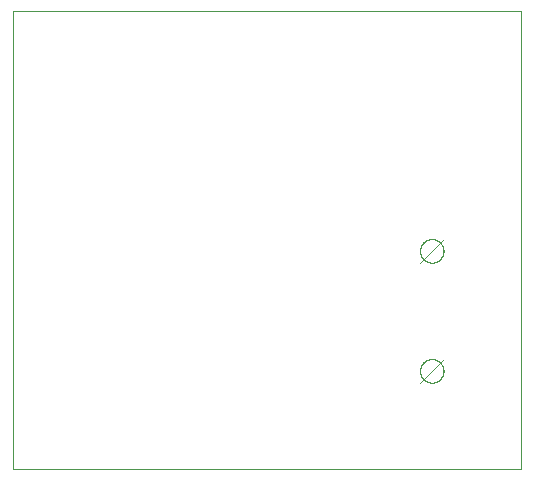
<source format=gbr>
G75*
%MOIN*%
%OFA0B0*%
%FSLAX25Y25*%
%IPPOS*%
%LPD*%
%AMOC8*
5,1,8,0,0,1.08239X$1,22.5*
%
%ADD10C,0.00000*%
%ADD11C,0.00100*%
D10*
X0035681Y0002969D02*
X0035681Y0155331D01*
X0204973Y0155331D01*
X0204973Y0002969D01*
X0035681Y0002969D01*
X0171430Y0035528D02*
X0171432Y0035653D01*
X0171438Y0035778D01*
X0171448Y0035902D01*
X0171462Y0036026D01*
X0171479Y0036150D01*
X0171501Y0036273D01*
X0171527Y0036395D01*
X0171556Y0036517D01*
X0171589Y0036637D01*
X0171627Y0036756D01*
X0171667Y0036875D01*
X0171712Y0036991D01*
X0171760Y0037106D01*
X0171812Y0037220D01*
X0171868Y0037332D01*
X0171927Y0037442D01*
X0171989Y0037550D01*
X0172055Y0037657D01*
X0172124Y0037761D01*
X0172197Y0037862D01*
X0172272Y0037962D01*
X0172351Y0038059D01*
X0172433Y0038153D01*
X0172518Y0038245D01*
X0172605Y0038334D01*
X0172696Y0038420D01*
X0172789Y0038503D01*
X0172885Y0038584D01*
X0172983Y0038661D01*
X0173083Y0038735D01*
X0173186Y0038806D01*
X0173291Y0038873D01*
X0173399Y0038938D01*
X0173508Y0038998D01*
X0173619Y0039056D01*
X0173732Y0039109D01*
X0173846Y0039159D01*
X0173962Y0039206D01*
X0174079Y0039248D01*
X0174198Y0039287D01*
X0174318Y0039323D01*
X0174439Y0039354D01*
X0174561Y0039382D01*
X0174683Y0039405D01*
X0174807Y0039425D01*
X0174931Y0039441D01*
X0175055Y0039453D01*
X0175180Y0039461D01*
X0175305Y0039465D01*
X0175429Y0039465D01*
X0175554Y0039461D01*
X0175679Y0039453D01*
X0175803Y0039441D01*
X0175927Y0039425D01*
X0176051Y0039405D01*
X0176173Y0039382D01*
X0176295Y0039354D01*
X0176416Y0039323D01*
X0176536Y0039287D01*
X0176655Y0039248D01*
X0176772Y0039206D01*
X0176888Y0039159D01*
X0177002Y0039109D01*
X0177115Y0039056D01*
X0177226Y0038998D01*
X0177336Y0038938D01*
X0177443Y0038873D01*
X0177548Y0038806D01*
X0177651Y0038735D01*
X0177751Y0038661D01*
X0177849Y0038584D01*
X0177945Y0038503D01*
X0178038Y0038420D01*
X0178129Y0038334D01*
X0178216Y0038245D01*
X0178301Y0038153D01*
X0178383Y0038059D01*
X0178462Y0037962D01*
X0178537Y0037862D01*
X0178610Y0037761D01*
X0178679Y0037657D01*
X0178745Y0037550D01*
X0178807Y0037442D01*
X0178866Y0037332D01*
X0178922Y0037220D01*
X0178974Y0037106D01*
X0179022Y0036991D01*
X0179067Y0036875D01*
X0179107Y0036756D01*
X0179145Y0036637D01*
X0179178Y0036517D01*
X0179207Y0036395D01*
X0179233Y0036273D01*
X0179255Y0036150D01*
X0179272Y0036026D01*
X0179286Y0035902D01*
X0179296Y0035778D01*
X0179302Y0035653D01*
X0179304Y0035528D01*
X0179302Y0035403D01*
X0179296Y0035278D01*
X0179286Y0035154D01*
X0179272Y0035030D01*
X0179255Y0034906D01*
X0179233Y0034783D01*
X0179207Y0034661D01*
X0179178Y0034539D01*
X0179145Y0034419D01*
X0179107Y0034300D01*
X0179067Y0034181D01*
X0179022Y0034065D01*
X0178974Y0033950D01*
X0178922Y0033836D01*
X0178866Y0033724D01*
X0178807Y0033614D01*
X0178745Y0033506D01*
X0178679Y0033399D01*
X0178610Y0033295D01*
X0178537Y0033194D01*
X0178462Y0033094D01*
X0178383Y0032997D01*
X0178301Y0032903D01*
X0178216Y0032811D01*
X0178129Y0032722D01*
X0178038Y0032636D01*
X0177945Y0032553D01*
X0177849Y0032472D01*
X0177751Y0032395D01*
X0177651Y0032321D01*
X0177548Y0032250D01*
X0177443Y0032183D01*
X0177335Y0032118D01*
X0177226Y0032058D01*
X0177115Y0032000D01*
X0177002Y0031947D01*
X0176888Y0031897D01*
X0176772Y0031850D01*
X0176655Y0031808D01*
X0176536Y0031769D01*
X0176416Y0031733D01*
X0176295Y0031702D01*
X0176173Y0031674D01*
X0176051Y0031651D01*
X0175927Y0031631D01*
X0175803Y0031615D01*
X0175679Y0031603D01*
X0175554Y0031595D01*
X0175429Y0031591D01*
X0175305Y0031591D01*
X0175180Y0031595D01*
X0175055Y0031603D01*
X0174931Y0031615D01*
X0174807Y0031631D01*
X0174683Y0031651D01*
X0174561Y0031674D01*
X0174439Y0031702D01*
X0174318Y0031733D01*
X0174198Y0031769D01*
X0174079Y0031808D01*
X0173962Y0031850D01*
X0173846Y0031897D01*
X0173732Y0031947D01*
X0173619Y0032000D01*
X0173508Y0032058D01*
X0173398Y0032118D01*
X0173291Y0032183D01*
X0173186Y0032250D01*
X0173083Y0032321D01*
X0172983Y0032395D01*
X0172885Y0032472D01*
X0172789Y0032553D01*
X0172696Y0032636D01*
X0172605Y0032722D01*
X0172518Y0032811D01*
X0172433Y0032903D01*
X0172351Y0032997D01*
X0172272Y0033094D01*
X0172197Y0033194D01*
X0172124Y0033295D01*
X0172055Y0033399D01*
X0171989Y0033506D01*
X0171927Y0033614D01*
X0171868Y0033724D01*
X0171812Y0033836D01*
X0171760Y0033950D01*
X0171712Y0034065D01*
X0171667Y0034181D01*
X0171627Y0034300D01*
X0171589Y0034419D01*
X0171556Y0034539D01*
X0171527Y0034661D01*
X0171501Y0034783D01*
X0171479Y0034906D01*
X0171462Y0035030D01*
X0171448Y0035154D01*
X0171438Y0035278D01*
X0171432Y0035403D01*
X0171430Y0035528D01*
X0171430Y0075528D02*
X0171432Y0075653D01*
X0171438Y0075778D01*
X0171448Y0075902D01*
X0171462Y0076026D01*
X0171479Y0076150D01*
X0171501Y0076273D01*
X0171527Y0076395D01*
X0171556Y0076517D01*
X0171589Y0076637D01*
X0171627Y0076756D01*
X0171667Y0076875D01*
X0171712Y0076991D01*
X0171760Y0077106D01*
X0171812Y0077220D01*
X0171868Y0077332D01*
X0171927Y0077442D01*
X0171989Y0077550D01*
X0172055Y0077657D01*
X0172124Y0077761D01*
X0172197Y0077862D01*
X0172272Y0077962D01*
X0172351Y0078059D01*
X0172433Y0078153D01*
X0172518Y0078245D01*
X0172605Y0078334D01*
X0172696Y0078420D01*
X0172789Y0078503D01*
X0172885Y0078584D01*
X0172983Y0078661D01*
X0173083Y0078735D01*
X0173186Y0078806D01*
X0173291Y0078873D01*
X0173399Y0078938D01*
X0173508Y0078998D01*
X0173619Y0079056D01*
X0173732Y0079109D01*
X0173846Y0079159D01*
X0173962Y0079206D01*
X0174079Y0079248D01*
X0174198Y0079287D01*
X0174318Y0079323D01*
X0174439Y0079354D01*
X0174561Y0079382D01*
X0174683Y0079405D01*
X0174807Y0079425D01*
X0174931Y0079441D01*
X0175055Y0079453D01*
X0175180Y0079461D01*
X0175305Y0079465D01*
X0175429Y0079465D01*
X0175554Y0079461D01*
X0175679Y0079453D01*
X0175803Y0079441D01*
X0175927Y0079425D01*
X0176051Y0079405D01*
X0176173Y0079382D01*
X0176295Y0079354D01*
X0176416Y0079323D01*
X0176536Y0079287D01*
X0176655Y0079248D01*
X0176772Y0079206D01*
X0176888Y0079159D01*
X0177002Y0079109D01*
X0177115Y0079056D01*
X0177226Y0078998D01*
X0177336Y0078938D01*
X0177443Y0078873D01*
X0177548Y0078806D01*
X0177651Y0078735D01*
X0177751Y0078661D01*
X0177849Y0078584D01*
X0177945Y0078503D01*
X0178038Y0078420D01*
X0178129Y0078334D01*
X0178216Y0078245D01*
X0178301Y0078153D01*
X0178383Y0078059D01*
X0178462Y0077962D01*
X0178537Y0077862D01*
X0178610Y0077761D01*
X0178679Y0077657D01*
X0178745Y0077550D01*
X0178807Y0077442D01*
X0178866Y0077332D01*
X0178922Y0077220D01*
X0178974Y0077106D01*
X0179022Y0076991D01*
X0179067Y0076875D01*
X0179107Y0076756D01*
X0179145Y0076637D01*
X0179178Y0076517D01*
X0179207Y0076395D01*
X0179233Y0076273D01*
X0179255Y0076150D01*
X0179272Y0076026D01*
X0179286Y0075902D01*
X0179296Y0075778D01*
X0179302Y0075653D01*
X0179304Y0075528D01*
X0179302Y0075403D01*
X0179296Y0075278D01*
X0179286Y0075154D01*
X0179272Y0075030D01*
X0179255Y0074906D01*
X0179233Y0074783D01*
X0179207Y0074661D01*
X0179178Y0074539D01*
X0179145Y0074419D01*
X0179107Y0074300D01*
X0179067Y0074181D01*
X0179022Y0074065D01*
X0178974Y0073950D01*
X0178922Y0073836D01*
X0178866Y0073724D01*
X0178807Y0073614D01*
X0178745Y0073506D01*
X0178679Y0073399D01*
X0178610Y0073295D01*
X0178537Y0073194D01*
X0178462Y0073094D01*
X0178383Y0072997D01*
X0178301Y0072903D01*
X0178216Y0072811D01*
X0178129Y0072722D01*
X0178038Y0072636D01*
X0177945Y0072553D01*
X0177849Y0072472D01*
X0177751Y0072395D01*
X0177651Y0072321D01*
X0177548Y0072250D01*
X0177443Y0072183D01*
X0177335Y0072118D01*
X0177226Y0072058D01*
X0177115Y0072000D01*
X0177002Y0071947D01*
X0176888Y0071897D01*
X0176772Y0071850D01*
X0176655Y0071808D01*
X0176536Y0071769D01*
X0176416Y0071733D01*
X0176295Y0071702D01*
X0176173Y0071674D01*
X0176051Y0071651D01*
X0175927Y0071631D01*
X0175803Y0071615D01*
X0175679Y0071603D01*
X0175554Y0071595D01*
X0175429Y0071591D01*
X0175305Y0071591D01*
X0175180Y0071595D01*
X0175055Y0071603D01*
X0174931Y0071615D01*
X0174807Y0071631D01*
X0174683Y0071651D01*
X0174561Y0071674D01*
X0174439Y0071702D01*
X0174318Y0071733D01*
X0174198Y0071769D01*
X0174079Y0071808D01*
X0173962Y0071850D01*
X0173846Y0071897D01*
X0173732Y0071947D01*
X0173619Y0072000D01*
X0173508Y0072058D01*
X0173398Y0072118D01*
X0173291Y0072183D01*
X0173186Y0072250D01*
X0173083Y0072321D01*
X0172983Y0072395D01*
X0172885Y0072472D01*
X0172789Y0072553D01*
X0172696Y0072636D01*
X0172605Y0072722D01*
X0172518Y0072811D01*
X0172433Y0072903D01*
X0172351Y0072997D01*
X0172272Y0073094D01*
X0172197Y0073194D01*
X0172124Y0073295D01*
X0172055Y0073399D01*
X0171989Y0073506D01*
X0171927Y0073614D01*
X0171868Y0073724D01*
X0171812Y0073836D01*
X0171760Y0073950D01*
X0171712Y0074065D01*
X0171667Y0074181D01*
X0171627Y0074300D01*
X0171589Y0074419D01*
X0171556Y0074539D01*
X0171527Y0074661D01*
X0171501Y0074783D01*
X0171479Y0074906D01*
X0171462Y0075030D01*
X0171448Y0075154D01*
X0171438Y0075278D01*
X0171432Y0075403D01*
X0171430Y0075528D01*
D11*
X0171467Y0075528D02*
X0171469Y0075652D01*
X0171475Y0075777D01*
X0171485Y0075901D01*
X0171499Y0076024D01*
X0171516Y0076147D01*
X0171538Y0076270D01*
X0171564Y0076392D01*
X0171593Y0076512D01*
X0171627Y0076632D01*
X0171664Y0076751D01*
X0171705Y0076868D01*
X0171749Y0076984D01*
X0171797Y0077099D01*
X0171849Y0077212D01*
X0171905Y0077323D01*
X0171964Y0077433D01*
X0172026Y0077540D01*
X0172092Y0077646D01*
X0172161Y0077749D01*
X0172234Y0077850D01*
X0172310Y0077949D01*
X0172388Y0078045D01*
X0172470Y0078139D01*
X0172555Y0078230D01*
X0172642Y0078319D01*
X0172733Y0078404D01*
X0172826Y0078487D01*
X0172922Y0078566D01*
X0173020Y0078642D01*
X0173120Y0078716D01*
X0173223Y0078786D01*
X0173328Y0078852D01*
X0173435Y0078916D01*
X0173544Y0078976D01*
X0173655Y0079032D01*
X0173767Y0079085D01*
X0173882Y0079134D01*
X0173997Y0079180D01*
X0174115Y0079221D01*
X0174233Y0079260D01*
X0174353Y0079294D01*
X0174473Y0079324D01*
X0174595Y0079351D01*
X0174717Y0079373D01*
X0174840Y0079392D01*
X0174963Y0079407D01*
X0175087Y0079418D01*
X0175212Y0079425D01*
X0175336Y0079428D01*
X0175460Y0079427D01*
X0175585Y0079422D01*
X0175709Y0079413D01*
X0175832Y0079400D01*
X0175956Y0079383D01*
X0176078Y0079363D01*
X0176200Y0079338D01*
X0176321Y0079309D01*
X0176441Y0079277D01*
X0176560Y0079241D01*
X0176678Y0079201D01*
X0176795Y0079157D01*
X0176910Y0079110D01*
X0177023Y0079059D01*
X0177135Y0079004D01*
X0177245Y0078946D01*
X0177353Y0078885D01*
X0177459Y0078820D01*
X0177563Y0078751D01*
X0177664Y0078680D01*
X0177764Y0078605D01*
X0177861Y0078527D01*
X0177955Y0078446D01*
X0178047Y0078362D01*
X0178136Y0078275D01*
X0178222Y0078185D01*
X0178305Y0078093D01*
X0178385Y0077998D01*
X0178463Y0077900D01*
X0178537Y0077800D01*
X0178608Y0077698D01*
X0178675Y0077594D01*
X0178739Y0077487D01*
X0178800Y0077378D01*
X0178857Y0077268D01*
X0178911Y0077156D01*
X0178961Y0077042D01*
X0179008Y0076927D01*
X0179050Y0076810D01*
X0179089Y0076692D01*
X0179125Y0076572D01*
X0179156Y0076452D01*
X0179183Y0076331D01*
X0179207Y0076209D01*
X0179227Y0076086D01*
X0179243Y0075962D01*
X0179255Y0075839D01*
X0179263Y0075715D01*
X0179267Y0075590D01*
X0179267Y0075466D01*
X0179263Y0075341D01*
X0179255Y0075217D01*
X0179243Y0075094D01*
X0179227Y0074970D01*
X0179207Y0074847D01*
X0179183Y0074725D01*
X0179156Y0074604D01*
X0179125Y0074484D01*
X0179089Y0074364D01*
X0179050Y0074246D01*
X0179008Y0074129D01*
X0178961Y0074014D01*
X0178911Y0073900D01*
X0178857Y0073788D01*
X0178800Y0073678D01*
X0178739Y0073569D01*
X0178675Y0073462D01*
X0178608Y0073358D01*
X0178537Y0073256D01*
X0178463Y0073156D01*
X0178385Y0073058D01*
X0178305Y0072963D01*
X0178222Y0072871D01*
X0178136Y0072781D01*
X0178047Y0072694D01*
X0177955Y0072610D01*
X0177861Y0072529D01*
X0177764Y0072451D01*
X0177664Y0072376D01*
X0177563Y0072305D01*
X0177459Y0072236D01*
X0177353Y0072171D01*
X0177245Y0072110D01*
X0177135Y0072052D01*
X0177023Y0071997D01*
X0176910Y0071946D01*
X0176795Y0071899D01*
X0176678Y0071855D01*
X0176560Y0071815D01*
X0176441Y0071779D01*
X0176321Y0071747D01*
X0176200Y0071718D01*
X0176078Y0071693D01*
X0175956Y0071673D01*
X0175832Y0071656D01*
X0175709Y0071643D01*
X0175585Y0071634D01*
X0175460Y0071629D01*
X0175336Y0071628D01*
X0175212Y0071631D01*
X0175087Y0071638D01*
X0174963Y0071649D01*
X0174840Y0071664D01*
X0174717Y0071683D01*
X0174595Y0071705D01*
X0174473Y0071732D01*
X0174353Y0071762D01*
X0174233Y0071796D01*
X0174115Y0071835D01*
X0173997Y0071876D01*
X0173882Y0071922D01*
X0173767Y0071971D01*
X0173655Y0072024D01*
X0173544Y0072080D01*
X0173435Y0072140D01*
X0173328Y0072204D01*
X0173223Y0072270D01*
X0173120Y0072340D01*
X0173020Y0072414D01*
X0172922Y0072490D01*
X0172826Y0072569D01*
X0172733Y0072652D01*
X0172642Y0072737D01*
X0172555Y0072826D01*
X0172470Y0072917D01*
X0172388Y0073011D01*
X0172310Y0073107D01*
X0172234Y0073206D01*
X0172161Y0073307D01*
X0172092Y0073410D01*
X0172026Y0073516D01*
X0171964Y0073623D01*
X0171905Y0073733D01*
X0171849Y0073844D01*
X0171797Y0073957D01*
X0171749Y0074072D01*
X0171705Y0074188D01*
X0171664Y0074305D01*
X0171627Y0074424D01*
X0171593Y0074544D01*
X0171564Y0074664D01*
X0171538Y0074786D01*
X0171516Y0074909D01*
X0171499Y0075032D01*
X0171485Y0075155D01*
X0171475Y0075279D01*
X0171469Y0075404D01*
X0171467Y0075528D01*
X0171367Y0071528D02*
X0179367Y0079528D01*
X0171467Y0035528D02*
X0171469Y0035652D01*
X0171475Y0035777D01*
X0171485Y0035901D01*
X0171499Y0036024D01*
X0171516Y0036147D01*
X0171538Y0036270D01*
X0171564Y0036392D01*
X0171593Y0036512D01*
X0171627Y0036632D01*
X0171664Y0036751D01*
X0171705Y0036868D01*
X0171749Y0036984D01*
X0171797Y0037099D01*
X0171849Y0037212D01*
X0171905Y0037323D01*
X0171964Y0037433D01*
X0172026Y0037540D01*
X0172092Y0037646D01*
X0172161Y0037749D01*
X0172234Y0037850D01*
X0172310Y0037949D01*
X0172388Y0038045D01*
X0172470Y0038139D01*
X0172555Y0038230D01*
X0172642Y0038319D01*
X0172733Y0038404D01*
X0172826Y0038487D01*
X0172922Y0038566D01*
X0173020Y0038642D01*
X0173120Y0038716D01*
X0173223Y0038786D01*
X0173328Y0038852D01*
X0173435Y0038916D01*
X0173544Y0038976D01*
X0173655Y0039032D01*
X0173767Y0039085D01*
X0173882Y0039134D01*
X0173997Y0039180D01*
X0174115Y0039221D01*
X0174233Y0039260D01*
X0174353Y0039294D01*
X0174473Y0039324D01*
X0174595Y0039351D01*
X0174717Y0039373D01*
X0174840Y0039392D01*
X0174963Y0039407D01*
X0175087Y0039418D01*
X0175212Y0039425D01*
X0175336Y0039428D01*
X0175460Y0039427D01*
X0175585Y0039422D01*
X0175709Y0039413D01*
X0175832Y0039400D01*
X0175956Y0039383D01*
X0176078Y0039363D01*
X0176200Y0039338D01*
X0176321Y0039309D01*
X0176441Y0039277D01*
X0176560Y0039241D01*
X0176678Y0039201D01*
X0176795Y0039157D01*
X0176910Y0039110D01*
X0177023Y0039059D01*
X0177135Y0039004D01*
X0177245Y0038946D01*
X0177353Y0038885D01*
X0177459Y0038820D01*
X0177563Y0038751D01*
X0177664Y0038680D01*
X0177764Y0038605D01*
X0177861Y0038527D01*
X0177955Y0038446D01*
X0178047Y0038362D01*
X0178136Y0038275D01*
X0178222Y0038185D01*
X0178305Y0038093D01*
X0178385Y0037998D01*
X0178463Y0037900D01*
X0178537Y0037800D01*
X0178608Y0037698D01*
X0178675Y0037594D01*
X0178739Y0037487D01*
X0178800Y0037378D01*
X0178857Y0037268D01*
X0178911Y0037156D01*
X0178961Y0037042D01*
X0179008Y0036927D01*
X0179050Y0036810D01*
X0179089Y0036692D01*
X0179125Y0036572D01*
X0179156Y0036452D01*
X0179183Y0036331D01*
X0179207Y0036209D01*
X0179227Y0036086D01*
X0179243Y0035962D01*
X0179255Y0035839D01*
X0179263Y0035715D01*
X0179267Y0035590D01*
X0179267Y0035466D01*
X0179263Y0035341D01*
X0179255Y0035217D01*
X0179243Y0035094D01*
X0179227Y0034970D01*
X0179207Y0034847D01*
X0179183Y0034725D01*
X0179156Y0034604D01*
X0179125Y0034484D01*
X0179089Y0034364D01*
X0179050Y0034246D01*
X0179008Y0034129D01*
X0178961Y0034014D01*
X0178911Y0033900D01*
X0178857Y0033788D01*
X0178800Y0033678D01*
X0178739Y0033569D01*
X0178675Y0033462D01*
X0178608Y0033358D01*
X0178537Y0033256D01*
X0178463Y0033156D01*
X0178385Y0033058D01*
X0178305Y0032963D01*
X0178222Y0032871D01*
X0178136Y0032781D01*
X0178047Y0032694D01*
X0177955Y0032610D01*
X0177861Y0032529D01*
X0177764Y0032451D01*
X0177664Y0032376D01*
X0177563Y0032305D01*
X0177459Y0032236D01*
X0177353Y0032171D01*
X0177245Y0032110D01*
X0177135Y0032052D01*
X0177023Y0031997D01*
X0176910Y0031946D01*
X0176795Y0031899D01*
X0176678Y0031855D01*
X0176560Y0031815D01*
X0176441Y0031779D01*
X0176321Y0031747D01*
X0176200Y0031718D01*
X0176078Y0031693D01*
X0175956Y0031673D01*
X0175832Y0031656D01*
X0175709Y0031643D01*
X0175585Y0031634D01*
X0175460Y0031629D01*
X0175336Y0031628D01*
X0175212Y0031631D01*
X0175087Y0031638D01*
X0174963Y0031649D01*
X0174840Y0031664D01*
X0174717Y0031683D01*
X0174595Y0031705D01*
X0174473Y0031732D01*
X0174353Y0031762D01*
X0174233Y0031796D01*
X0174115Y0031835D01*
X0173997Y0031876D01*
X0173882Y0031922D01*
X0173767Y0031971D01*
X0173655Y0032024D01*
X0173544Y0032080D01*
X0173435Y0032140D01*
X0173328Y0032204D01*
X0173223Y0032270D01*
X0173120Y0032340D01*
X0173020Y0032414D01*
X0172922Y0032490D01*
X0172826Y0032569D01*
X0172733Y0032652D01*
X0172642Y0032737D01*
X0172555Y0032826D01*
X0172470Y0032917D01*
X0172388Y0033011D01*
X0172310Y0033107D01*
X0172234Y0033206D01*
X0172161Y0033307D01*
X0172092Y0033410D01*
X0172026Y0033516D01*
X0171964Y0033623D01*
X0171905Y0033733D01*
X0171849Y0033844D01*
X0171797Y0033957D01*
X0171749Y0034072D01*
X0171705Y0034188D01*
X0171664Y0034305D01*
X0171627Y0034424D01*
X0171593Y0034544D01*
X0171564Y0034664D01*
X0171538Y0034786D01*
X0171516Y0034909D01*
X0171499Y0035032D01*
X0171485Y0035155D01*
X0171475Y0035279D01*
X0171469Y0035404D01*
X0171467Y0035528D01*
X0171367Y0031528D02*
X0179367Y0039528D01*
M02*

</source>
